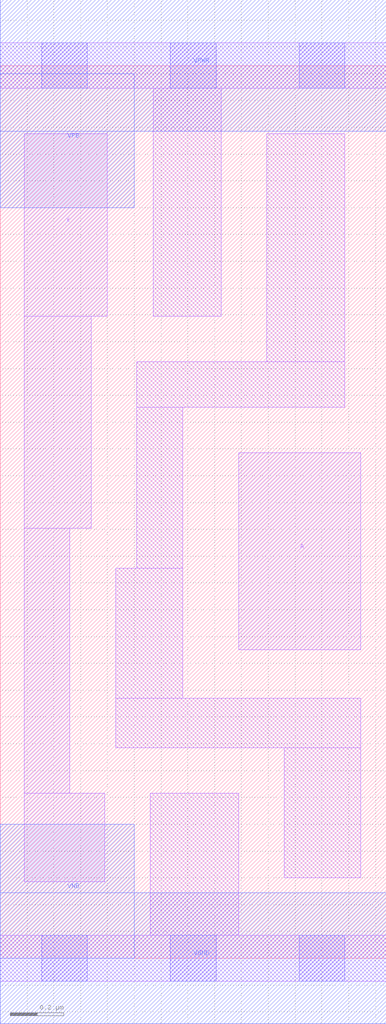
<source format=lef>
# Copyright 2020 The SkyWater PDK Authors
#
# Licensed under the Apache License, Version 2.0 (the "License");
# you may not use this file except in compliance with the License.
# You may obtain a copy of the License at
#
#     https://www.apache.org/licenses/LICENSE-2.0
#
# Unless required by applicable law or agreed to in writing, software
# distributed under the License is distributed on an "AS IS" BASIS,
# WITHOUT WARRANTIES OR CONDITIONS OF ANY KIND, either express or implied.
# See the License for the specific language governing permissions and
# limitations under the License.
#
# SPDX-License-Identifier: Apache-2.0

VERSION 5.5 ;
NAMESCASESENSITIVE ON ;
BUSBITCHARS "[]" ;
DIVIDERCHAR "/" ;
MACRO sky130_fd_sc_lp__clkbuf_0
  CLASS CORE ;
  SOURCE USER ;
  ORIGIN  0.000000  0.000000 ;
  SIZE  1.440000 BY  3.330000 ;
  SYMMETRY X Y R90 ;
  SITE unit ;
  PIN A
    ANTENNAGATEAREA  0.159000 ;
    DIRECTION INPUT ;
    USE SIGNAL ;
    PORT
      LAYER li1 ;
        RECT 0.890000 1.150000 1.345000 1.885000 ;
    END
  END A
  PIN X
    ANTENNADIFFAREA  0.280900 ;
    DIRECTION OUTPUT ;
    USE SIGNAL ;
    PORT
      LAYER li1 ;
        RECT 0.090000 0.285000 0.390000 0.615000 ;
        RECT 0.090000 0.615000 0.260000 1.605000 ;
        RECT 0.090000 1.605000 0.340000 2.395000 ;
        RECT 0.090000 2.395000 0.400000 3.075000 ;
    END
  END X
  PIN VGND
    DIRECTION INOUT ;
    USE GROUND ;
    PORT
      LAYER met1 ;
        RECT 0.000000 -0.245000 1.440000 0.245000 ;
    END
  END VGND
  PIN VNB
    DIRECTION INOUT ;
    USE GROUND ;
    PORT
      LAYER met1 ;
        RECT 0.000000 0.000000 0.500000 0.500000 ;
    END
  END VNB
  PIN VPB
    DIRECTION INOUT ;
    USE POWER ;
    PORT
      LAYER met1 ;
        RECT 0.000000 2.800000 0.500000 3.300000 ;
    END
  END VPB
  PIN VPWR
    DIRECTION INOUT ;
    USE POWER ;
    PORT
      LAYER met1 ;
        RECT 0.000000 3.085000 1.440000 3.575000 ;
    END
  END VPWR
  OBS
    LAYER li1 ;
      RECT 0.000000 -0.085000 1.440000 0.085000 ;
      RECT 0.000000  3.245000 1.440000 3.415000 ;
      RECT 0.430000  0.785000 1.345000 0.970000 ;
      RECT 0.430000  0.970000 0.680000 1.455000 ;
      RECT 0.510000  1.455000 0.680000 2.055000 ;
      RECT 0.510000  2.055000 1.285000 2.225000 ;
      RECT 0.560000  0.085000 0.890000 0.615000 ;
      RECT 0.570000  2.395000 0.825000 3.245000 ;
      RECT 0.995000  2.225000 1.285000 3.075000 ;
      RECT 1.060000  0.300000 1.345000 0.785000 ;
    LAYER mcon ;
      RECT 0.155000 -0.085000 0.325000 0.085000 ;
      RECT 0.155000  3.245000 0.325000 3.415000 ;
      RECT 0.635000 -0.085000 0.805000 0.085000 ;
      RECT 0.635000  3.245000 0.805000 3.415000 ;
      RECT 1.115000 -0.085000 1.285000 0.085000 ;
      RECT 1.115000  3.245000 1.285000 3.415000 ;
  END
END sky130_fd_sc_lp__clkbuf_0
END LIBRARY

</source>
